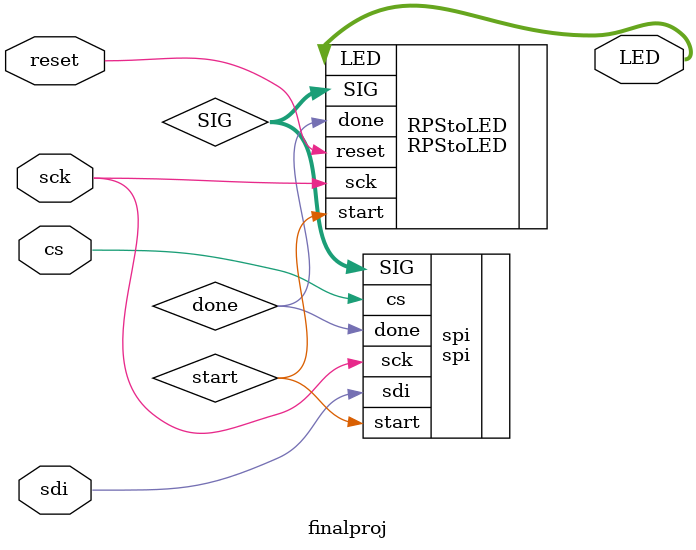
<source format=sv>

module finalproj(input logic sck,
                input logic sdi,
                input logic cs,
input logic reset,
                output logic [2:0] LED);

logic start, done;
logic [7:0] SIG;



        spi spi(.sck(sck), .sdi(sdi), .cs(cs), .SIG(SIG), .done(done), .start(start));
RPStoLED RPStoLED(.sck(sck), .reset(reset), .SIG(SIG), .done(done), .start(start), .LED(LED));




endmodule
</source>
